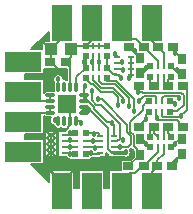
<source format=gtl>
G04 DipTrace 3.0.0.2*
G04 ECGNCHADCBFR0402.gtl*
%MOIN*%
G04 #@! TF.FileFunction,Copper,L1,Top*
G04 #@! TF.Part,Single*
G04 #@! TA.AperFunction,Conductor*
%ADD13C,0.005*%
G04 #@! TA.AperFunction,CopperBalancing*
%ADD14C,0.006*%
%ADD16R,0.035433X0.027559*%
%ADD17R,0.027559X0.035433*%
%ADD20R,0.023622X0.009843*%
%ADD21R,0.043307X0.03937*%
G04 #@! TA.AperFunction,ComponentPad*
%ADD22R,0.066929X0.062992*%
%ADD24R,0.066929X0.08*%
%ADD26R,0.062992X0.066929*%
%ADD27R,0.08X0.066929*%
%ADD29R,0.020669X0.019685*%
%ADD30R,0.009843X0.019685*%
%ADD32R,0.019685X0.020669*%
%ADD33R,0.019685X0.009843*%
%ADD37O,0.011811X0.033465*%
%ADD38O,0.033465X0.011811*%
%ADD39R,0.059055X0.059055*%
G04 #@! TA.AperFunction,ComponentPad*
%ADD40C,0.028*%
G04 #@! TA.AperFunction,ViaPad*
%ADD43C,0.018*%
%FSLAX26Y26*%
G04*
G70*
G90*
G75*
G01*
G04 Top*
%LPD*%
X324507Y204332D2*
D13*
Y238710D1*
X318150Y245067D1*
X405866Y348845D2*
X404987Y349724D1*
Y366251D1*
X407282Y368546D1*
X225986Y338580D2*
X232067D1*
Y329205D1*
X225986D1*
Y318895D1*
X228756Y370421D2*
X225986D1*
Y329205D1*
X405866Y348845D2*
X419417D1*
X421175Y347088D1*
X549144D1*
X556980Y339252D1*
Y306346D1*
X535564Y284930D1*
X511824D1*
X510211Y283318D1*
X225986Y338580D2*
X218954D1*
X259420Y298114D1*
Y293509D1*
X301944Y250986D1*
X317776D1*
Y244693D1*
X318150Y245067D1*
X111812Y338580D2*
Y318895D1*
X81105D1*
X50000Y350000D1*
X250301Y353654D2*
Y321395D1*
X265852Y305844D1*
X267874D1*
X266829Y306888D2*
X280936D1*
X344753Y243071D1*
Y194142D1*
X335259Y184647D1*
X324507D1*
X485211Y283318D2*
Y269988D1*
X489505Y265694D1*
X542315D1*
X567919Y291298D1*
Y355696D1*
X554759Y368856D1*
X546812Y270517D2*
X542315D1*
Y265694D1*
X356219Y191041D2*
Y194142D1*
X344753D1*
X111812Y299210D2*
Y279525D1*
X79525D1*
X50000Y250000D1*
X324507Y164962D2*
X343841D1*
X344997Y166118D1*
X269898Y325629D2*
X283391D1*
X368201Y240819D1*
Y215017D1*
X379717Y203501D1*
Y175020D1*
X370815Y166118D1*
X344997D1*
X465526Y283318D2*
Y261753D1*
X472421Y254858D1*
X533084D1*
X555056Y232886D1*
X467150Y262692D2*
Y261753D1*
X465526D1*
X225986Y299210D2*
Y289134D1*
Y279525D1*
Y289134D2*
X242135D1*
X242974Y289972D1*
X324507Y145277D2*
Y142458D1*
X357545D1*
X363160Y148073D1*
X313711D1*
X303004Y158781D1*
Y231043D1*
X245629Y288419D1*
X217092D1*
X225986Y279525D1*
X406997Y233261D2*
Y234848D1*
X431972Y259823D1*
Y274961D1*
X440329Y283318D1*
X230327Y395020D2*
X227552D1*
X247234Y375339D1*
X253650D1*
X280076Y348912D1*
X320014D1*
X337143Y331783D1*
Y305972D1*
X231004Y211807D2*
X256743D1*
X271756D1*
X279231Y204332D1*
X256743Y210510D2*
Y211807D1*
X229848Y468037D2*
Y450949D1*
Y430932D1*
X230327Y430453D1*
X198427Y366139D2*
Y398552D1*
X230327Y430453D1*
X335335Y466196D2*
Y468722D1*
X327114Y476942D1*
X224705Y450949D2*
X229848D1*
X380610Y466196D2*
Y446510D1*
Y426825D1*
Y407140D1*
X150000Y550000D2*
Y529664D1*
X113033Y492697D1*
Y449265D1*
X111831Y448063D1*
X114382Y206685D2*
Y187000D1*
Y167315D1*
Y147630D1*
Y85618D1*
X150000Y50000D1*
X114382Y206685D2*
X120316D1*
X134093Y220462D1*
X161815D1*
X176150Y234797D1*
Y249374D1*
X178741Y251966D1*
X380610Y407140D2*
Y401089D1*
X376163Y396642D1*
X178741Y251966D2*
Y299210D1*
X168899Y309052D1*
X470881Y436230D2*
Y454436D1*
X425705Y499612D1*
X424058D1*
X397839Y525831D1*
X374169D1*
X350000Y550000D1*
X490566Y436230D2*
Y479904D1*
X470874Y499596D1*
X450000Y550000D2*
Y520470D1*
X470874Y499596D1*
X467867Y102167D2*
Y121623D1*
X490667Y144423D1*
Y165295D1*
X490471Y165491D1*
X450000Y50000D2*
Y84299D1*
X467867Y102167D1*
X424024Y102209D2*
X418698D1*
X394709Y78219D1*
X378219D1*
X350000Y50000D1*
X470786Y165491D2*
Y148971D1*
X424024Y102209D1*
X470881Y400797D2*
Y380963D1*
X458463Y368546D1*
X445684Y400797D2*
Y381325D1*
X458463Y368546D1*
X411895Y411463D2*
X420917D1*
X432987Y423533D1*
X445684Y436230D1*
X159657Y206685D2*
X178055D1*
X190449D1*
X195571Y211807D1*
X178055Y212664D2*
Y206685D1*
X431058Y431042D2*
X432987Y429113D1*
Y423533D1*
X374524Y499612D2*
X393260Y481280D1*
X411895Y462644D1*
X393801Y485054D2*
X393260Y484513D1*
Y481280D1*
X510211Y318751D2*
X518942D1*
X526747Y310946D1*
X503577Y368856D2*
Y388808D1*
X515566Y400797D1*
X490566D2*
Y381867D1*
X503577Y368856D1*
X519049Y102167D2*
Y111320D1*
X529142Y121413D1*
X550134Y142406D1*
X529808Y120747D2*
X529142Y121413D1*
X465526Y318751D2*
Y331986D1*
X461394Y336118D1*
X425874D1*
X409160Y319404D1*
Y318835D1*
X490471Y200924D2*
Y219482D1*
X503875Y232886D1*
Y212520D1*
X515471Y200924D1*
X550134Y193587D2*
X543567D1*
X529470Y179490D1*
X515471Y165491D1*
X159657Y167315D2*
X178773D1*
X195181D1*
X195571Y166925D1*
X178773Y166022D2*
Y167315D1*
X529088Y176266D2*
X529470Y176648D1*
Y179490D1*
X445589Y200924D2*
Y220672D1*
X458178Y233261D1*
Y213531D1*
X470786Y200924D1*
X372843Y102209D2*
X372928D1*
X411843Y141123D1*
X440329Y318751D2*
X435924D1*
X419827Y302654D1*
Y289249D1*
X379554Y248976D1*
Y217904D1*
X390041Y207417D1*
Y168157D1*
X417075Y141123D1*
X411843D1*
X299730Y503470D2*
X274730D1*
X255045D1*
X229848D1*
X190735D1*
X179962Y492697D1*
Y465013D1*
X163012Y448063D1*
X178741Y366139D2*
Y432333D1*
X163012Y448063D1*
X250000Y550000D2*
Y523622D1*
X229848Y503470D1*
X411843Y192304D2*
X418776D1*
X431839Y179241D1*
X445589Y165491D1*
X159657Y147630D2*
X178773D1*
X189866D1*
X195571Y141925D1*
X178773Y142701D2*
Y147630D1*
X431026Y175545D2*
X431839Y176357D1*
Y179241D1*
X550429Y408917D2*
X542878D1*
X532202Y419593D1*
X515566Y436230D1*
X159657Y187000D2*
X178055D1*
X195181D1*
X195571Y186610D1*
X178055Y189343D2*
Y187000D1*
X533513Y424108D2*
X532202Y422797D1*
Y419593D1*
X522055Y499596D2*
Y496682D1*
Y488472D1*
X550429Y460098D1*
X529560Y480262D2*
Y496682D1*
X522055D1*
X485211Y318751D2*
Y328730D1*
X492840Y336358D1*
X534017D1*
X539936Y330440D1*
X255524Y395020D2*
Y388518D1*
X279902Y364140D1*
X321841D1*
X355265Y330717D1*
Y321155D1*
X231004Y186610D2*
X255793D1*
X277268D1*
X279231Y184647D1*
X255793Y187064D2*
Y186610D1*
X255045Y468037D2*
Y450058D1*
Y430932D1*
X255524Y430453D1*
X335335Y446510D2*
X350999D1*
X352756Y448268D1*
X251437Y449559D2*
X255045Y450058D1*
X139371Y366139D2*
Y391385D1*
X139487Y391500D1*
X275209Y395020D2*
Y385123D1*
X283642Y376690D1*
X327743D1*
X374722Y329711D1*
Y304290D1*
X231004Y166925D2*
X261495D1*
X277268D1*
X279231Y164962D1*
X261495Y164110D2*
Y166925D1*
X275209Y430453D2*
Y449466D1*
Y467558D1*
X274730Y468037D1*
X335335Y426825D2*
X351499D1*
X353853Y424471D1*
X274474Y449466D2*
X275209D1*
X139371Y251966D2*
X130594D1*
X127142Y255419D1*
X300209Y395020D2*
Y387573D1*
X331867D1*
X391882Y327559D1*
Y287915D1*
X231004Y141925D2*
X247046D1*
X275879D1*
X279231Y145277D1*
X247046Y146209D2*
Y141925D1*
X299730Y468037D2*
Y430932D1*
X300209Y430453D1*
Y428731D1*
X319782Y409157D1*
X333318D1*
X335335Y407140D1*
X337071D1*
X347728Y396483D1*
X198427Y251966D2*
X207975D1*
X215188Y244753D1*
D43*
X337143Y305972D3*
X355265Y321155D3*
X374722Y304290D3*
X391882Y287915D3*
X431972Y259823D3*
X408748Y319247D3*
X327114Y476942D3*
X352756Y448268D3*
X353853Y424471D3*
X347728Y396483D3*
X224705Y450949D3*
X251437Y449559D3*
X139487Y391500D3*
X274474Y449466D3*
X127142Y255419D3*
X215188Y244753D3*
X228756Y370421D3*
X242974Y289972D3*
X467150Y262692D3*
X526747Y310946D3*
X178055Y212664D3*
Y189343D3*
X178773Y166022D3*
Y142701D3*
X247046Y146209D3*
X261495Y164110D3*
X255793Y187064D3*
X256743Y210510D3*
X318150Y245067D3*
X546812Y270517D3*
X344997Y166118D3*
X363160Y148073D3*
X405866Y348845D3*
X393801Y485054D3*
X431058Y431042D3*
X529560Y480262D3*
X533513Y424108D3*
X539936Y330440D3*
X529808Y120747D3*
X529088Y176266D3*
X431026Y175545D3*
X376163Y396642D3*
X269898Y325629D3*
X250301Y353654D3*
X356219Y191041D3*
X99587Y541672D2*
D14*
X107690D1*
X93762Y535803D2*
X107690D1*
X87950Y529934D2*
X107690D1*
X82125Y524066D2*
X107690D1*
X76312Y518197D2*
X82542D1*
X70488Y512328D2*
X82542D1*
X64676Y506459D2*
X82542D1*
X58852Y500591D2*
X82542D1*
X53039Y494722D2*
X82542D1*
X90340Y424297D2*
X167409D1*
X90340Y418428D2*
X167409D1*
X90340Y412559D2*
X167409D1*
X29584Y406690D2*
X130730D1*
X148243D2*
X167409D1*
X29584Y400822D2*
X124390D1*
X154594D2*
X167409D1*
X29584Y394953D2*
X122000D1*
X156972D2*
X167409D1*
X90340Y389084D2*
X121812D1*
X90340Y383215D2*
X123769D1*
X90340Y377346D2*
X124636D1*
X90340Y371478D2*
X124625D1*
X90340Y365609D2*
X124625D1*
X90340Y359740D2*
X124625D1*
X90340Y353871D2*
X124694D1*
X90340Y265840D2*
X96804D1*
X90340Y259971D2*
X109917D1*
X90340Y254102D2*
X109354D1*
X90340Y248234D2*
X110866D1*
X90340Y242365D2*
X115285D1*
X90340Y236496D2*
X125409D1*
X90340Y230627D2*
X129301D1*
X90340Y224759D2*
X165172D1*
X90340Y218890D2*
X93739D1*
X135035D2*
X139005D1*
X90340Y213021D2*
X93739D1*
X135035D2*
X139005D1*
X29584Y207152D2*
X93734D1*
X135035D2*
X139005D1*
X29584Y201283D2*
X93734D1*
X135035D2*
X139005D1*
X29584Y195415D2*
X93734D1*
X135035D2*
X139005D1*
X90340Y189546D2*
X93739D1*
X135035D2*
X139005D1*
X90340Y183677D2*
X93739D1*
X135035D2*
X139005D1*
X90340Y177808D2*
X93739D1*
X135035D2*
X139005D1*
X90340Y171940D2*
X93739D1*
X135035D2*
X139005D1*
X90340Y166071D2*
X93739D1*
X135035D2*
X139005D1*
X90340Y160202D2*
X93739D1*
X135035D2*
X139005D1*
X90340Y154333D2*
X93739D1*
X135035D2*
X139005D1*
X379828D2*
X388097D1*
X90340Y148465D2*
X93739D1*
X135035D2*
X139005D1*
X381000D2*
X389222D1*
X90340Y142596D2*
X93739D1*
X135035D2*
X139005D1*
X299883D2*
X303416D1*
X380110D2*
X389222D1*
X90340Y136727D2*
X93739D1*
X135035D2*
X139005D1*
X299883D2*
X303861D1*
X376735D2*
X389222D1*
X90340Y130858D2*
X165640D1*
X255492D2*
X385812D1*
X90340Y124990D2*
X176890D1*
X249692D2*
X379941D1*
X90340Y119121D2*
X346285D1*
X90340Y113252D2*
X346285D1*
X50953Y107383D2*
X346285D1*
X56766Y101514D2*
X346285D1*
X62591Y95646D2*
X346285D1*
X68403Y89777D2*
X346285D1*
X74227Y83908D2*
X107690D1*
X192304D2*
X207698D1*
X292301D2*
X307694D1*
X80039Y78039D2*
X107690D1*
X192304D2*
X207698D1*
X292301D2*
X307694D1*
X85864Y72171D2*
X107690D1*
X192304D2*
X207698D1*
X292301D2*
X307694D1*
X91676Y66302D2*
X107690D1*
X192304D2*
X207698D1*
X292301D2*
X307694D1*
X97500Y60433D2*
X107690D1*
X192304D2*
X207698D1*
X292301D2*
X307694D1*
X103312Y54564D2*
X107690D1*
X192304D2*
X207698D1*
X292301D2*
X307694D1*
X192304Y48696D2*
X207698D1*
X292301D2*
X307694D1*
X192304Y42827D2*
X207698D1*
X292301D2*
X307694D1*
X192304Y36958D2*
X207698D1*
X292301D2*
X307694D1*
X192304Y31089D2*
X207698D1*
X292301D2*
X307694D1*
X349886Y124228D2*
X379781D1*
X389820Y134290D1*
X389823Y153194D1*
X381874Y161182D1*
X381509Y161646D1*
X381874Y161182D1*
X381509Y161646D1*
X377790Y157951D1*
X377467Y157697D1*
X377790Y157951D1*
X377467Y157697D1*
X378521Y155900D1*
X379556Y153402D1*
X380188Y150770D1*
X380400Y148073D1*
X380188Y145377D1*
X379556Y142745D1*
X378521Y140247D1*
X377108Y137940D1*
X375350Y135883D1*
X373294Y134126D1*
X370987Y132713D1*
X368488Y131677D1*
X365857Y131046D1*
X363160Y130833D1*
X360463Y131046D1*
X357689Y131731D1*
X323664Y131751D1*
X321642Y132115D1*
X322000Y132014D1*
X321642Y132115D1*
X304455D1*
Y142159D1*
X299281Y147315D1*
X299282Y132115D1*
X280215D1*
X278387Y131482D1*
X276722Y131218D1*
X255500Y131185D1*
X253643Y130281D1*
X251071Y129445D1*
X249087Y129104D1*
Y123350D1*
X177490D1*
X177420Y125514D1*
X174748Y125937D1*
X172176Y126773D1*
X169765Y128001D1*
X167576Y129592D1*
X165664Y131504D1*
X164073Y133693D1*
X163636Y134472D1*
X139606Y134469D1*
Y219846D1*
X162377D1*
X163356Y221672D1*
X164946Y223861D1*
X166858Y225773D1*
X169047Y227364D1*
X171458Y228592D1*
X171866Y228777D1*
X170353Y229749D1*
X169646Y230310D1*
X167959Y228886D1*
X165932Y227644D1*
X163736Y226735D1*
X161425Y226180D1*
X159056Y225993D1*
X156688Y226180D1*
X154377Y226735D1*
X152181Y227644D1*
X150154Y228886D1*
X148474Y230312D1*
X146762Y229077D1*
X144785Y228071D1*
X142673Y227385D1*
X140482Y227037D1*
X138261D1*
X136070Y227385D1*
X133958Y228071D1*
X131980Y229077D1*
X130185Y230383D1*
X128615Y231953D1*
X127310Y233748D1*
X126303Y235726D1*
X125617Y237837D1*
X125534Y238249D1*
X123117Y238655D1*
X120545Y239491D1*
X118134Y240719D1*
X115945Y242310D1*
X114033Y244222D1*
X112442Y246411D1*
X111214Y248822D1*
X110378Y251394D1*
X109955Y254066D1*
Y256772D1*
X110378Y259444D1*
X111214Y262016D1*
X112442Y264427D1*
X113080Y265381D1*
X99875Y265423D1*
X97684Y265770D1*
X95572Y266457D1*
X93594Y267463D1*
X91770Y268795D1*
X89745Y268785D1*
X89736Y208295D1*
X28975D1*
X28984Y191697D1*
X89736Y191705D1*
Y108295D1*
X49436D1*
X108303Y48929D1*
X108295Y89736D1*
X191705D1*
Y28970D1*
X208285Y28984D1*
X208295Y89736D1*
X291705D1*
Y28974D1*
X308293Y28984D1*
X308295Y89736D1*
X346886D1*
Y124228D1*
X349886D1*
X94930Y219846D2*
X134433D1*
Y134469D1*
X94331D1*
Y219846D1*
X94930D1*
X83739Y520622D2*
X108295D1*
Y551080D1*
X49446Y491705D1*
X83139Y491772D1*
Y520622D1*
X83739D1*
X168004Y426043D2*
X89739D1*
X89736Y408295D1*
X28963D1*
X28984Y391713D1*
X89736Y391705D1*
Y347161D1*
X90983Y348583D1*
X92671Y350024D1*
X94563Y351184D1*
X96614Y352033D1*
X98773Y352551D1*
X100986Y352726D1*
X123749Y352682D1*
X125529Y352417D1*
X125269Y354202D1*
X125226Y367312D1*
X125269Y378076D1*
X125617Y380268D1*
X125820Y380991D1*
X124787Y382492D1*
X123559Y384903D1*
X122723Y387475D1*
X122301Y390147D1*
Y392853D1*
X122723Y395525D1*
X123559Y398097D1*
X124787Y400508D1*
X126378Y402697D1*
X128290Y404609D1*
X130479Y406199D1*
X132890Y407428D1*
X135462Y408264D1*
X138134Y408686D1*
X140840D1*
X143512Y408264D1*
X146084Y407428D1*
X148495Y406199D1*
X150684Y404609D1*
X152596Y402697D1*
X154186Y400508D1*
X155415Y398097D1*
X156251Y395525D1*
X156673Y392853D1*
X156710Y391928D1*
X159056Y392112D1*
X161425Y391925D1*
X163736Y391370D1*
X165932Y390461D1*
X168013Y389176D1*
X168001Y426034D1*
X94341Y219840D2*
X134424Y193530D1*
Y219840D2*
X94341Y193530D1*
Y200155D2*
X134424Y173845D1*
Y200155D2*
X94341Y173845D1*
Y180470D2*
X134424Y154160D1*
Y180470D2*
X94341Y154160D1*
Y160785D2*
X134424Y134475D1*
Y160785D2*
X94341Y134475D1*
X83148Y520614D2*
X113033Y492697D1*
X111831Y448063D2*
X137778Y426051D1*
X108304Y89728D2*
X150000Y50000D1*
X191696Y89728D2*
X150000Y50000D1*
D16*
X424024Y102209D3*
X372843D3*
D17*
X411843Y192304D3*
Y141123D3*
D20*
X159657Y147630D3*
Y167315D3*
Y187000D3*
Y206685D3*
X114382D3*
Y187000D3*
Y167315D3*
Y147630D3*
X279231Y204332D3*
Y184647D3*
Y164962D3*
Y145277D3*
X324507D3*
Y164962D3*
Y184647D3*
Y204332D3*
X335335Y466196D3*
Y446510D3*
Y426825D3*
Y407140D3*
X380610D3*
Y426825D3*
Y446510D3*
Y466196D3*
D16*
X458178Y233261D3*
X406997D3*
D21*
X179962Y492697D3*
X113033D3*
D16*
X163012Y448063D3*
X111831D3*
X503875Y232886D3*
X555056D3*
D17*
X550134Y193587D3*
Y142406D3*
D16*
X467867Y102167D3*
X519049D3*
X425705Y499612D3*
X374524D3*
X458463Y368546D3*
X407282D3*
D17*
X411895Y411463D3*
Y462644D3*
X550429Y408917D3*
Y460098D3*
D16*
X503577Y368856D3*
X554759D3*
X470874Y499596D3*
X522055D3*
D22*
X350000Y550000D3*
X450000D3*
D24*
X350000Y600000D3*
X450000D3*
D22*
X350000Y50000D3*
X450000D3*
D24*
X350000Y0D3*
X450000D3*
D26*
X50000Y150000D3*
Y250000D3*
Y350000D3*
Y450000D3*
D27*
X0D3*
Y350000D3*
Y250000D3*
Y150000D3*
D22*
X250000Y50000D3*
X150000D3*
D24*
X250000Y0D3*
X150000D3*
D22*
X250000Y550000D3*
X150000D3*
D24*
X250000Y600000D3*
X150000D3*
D29*
X229848Y468037D3*
D30*
X255045D3*
X274730D3*
D29*
X299730D3*
Y503470D3*
D30*
X274730D3*
X255045D3*
D29*
X229848D3*
X445684Y400797D3*
D30*
X470881D3*
X490566D3*
D29*
X515566D3*
Y436230D3*
D30*
X490566D3*
X470881D3*
D29*
X445684D3*
D32*
X195571Y211807D3*
D33*
Y186610D3*
Y166925D3*
D32*
Y141925D3*
X231004D3*
D33*
Y166925D3*
Y186610D3*
D32*
Y211807D3*
D29*
X230327Y395020D3*
D30*
X255524D3*
X275209D3*
D29*
X300209D3*
Y430453D3*
D30*
X275209D3*
X255524D3*
D29*
X230327D3*
X440329Y283318D3*
D30*
X465526D3*
X485211D3*
D29*
X510211D3*
Y318751D3*
D30*
X485211D3*
X465526D3*
D29*
X440329D3*
X445589Y165491D3*
D30*
X470786D3*
X490471D3*
D29*
X515471D3*
Y200924D3*
D30*
X490471D3*
X470786D3*
D29*
X445589D3*
D37*
X198427Y366139D3*
X178741D3*
X159056D3*
X139371D3*
D38*
X111812Y338580D3*
Y318895D3*
Y299210D3*
Y279525D3*
D37*
X139371Y251966D3*
X159056D3*
X178741D3*
X198427D3*
D38*
X225986Y279525D3*
Y299210D3*
Y318895D3*
Y338580D3*
D39*
X168899Y309052D3*
D40*
X184562Y324694D3*
X153311D3*
Y293444D3*
X184562D3*
M02*

</source>
